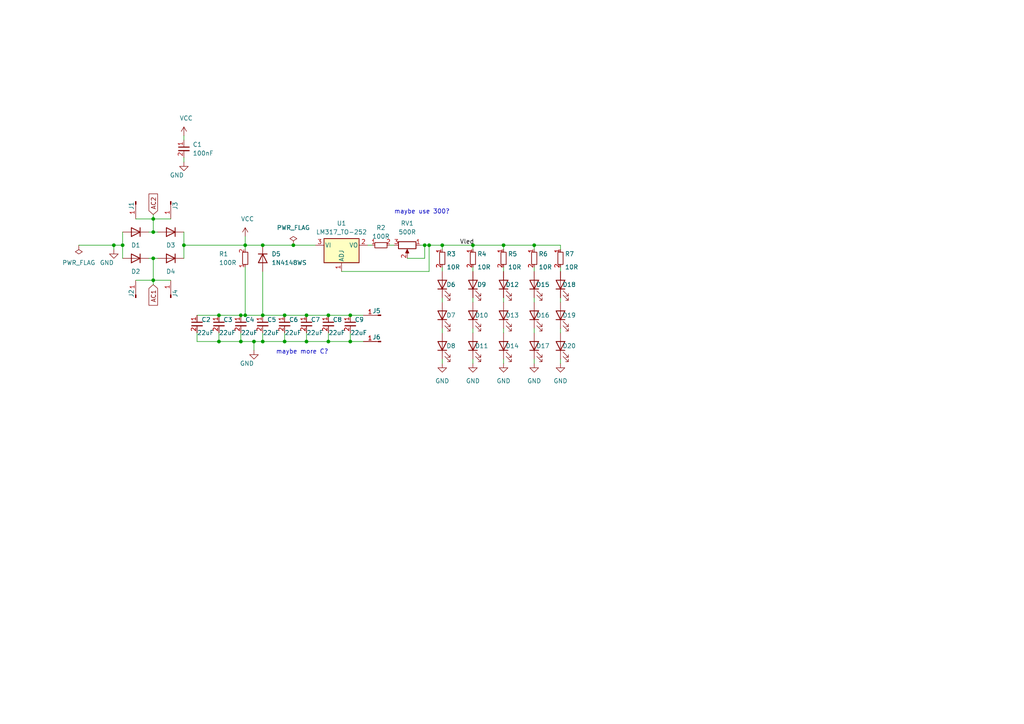
<source format=kicad_sch>
(kicad_sch (version 20231120) (generator "eeschema") (generator_version "8.0")
  (paper "A4")
  (lib_symbols
    (symbol "Connector:Conn_01x01_Pin" (pin_names (offset 1.016) hide)
      (property "Reference" "J" (at 0 2.54 0))
      (property "Value" "Conn_01x01_Pin" (at 0 -2.54 0))
      (symbol "Conn_01x01_Pin_1_1"
        (polyline (pts (xy 1.27 0) (xy 0.8636 0)) (stroke (width 0.1524)))
        (rectangle (start 0.8636 0.127) (end 0 -0.127) (stroke (width 0.1524)) (fill (type outline)))
        (pin passive line (at 5.08 0 180) (length 3.81) (name "Pin_1") (number "1"))
      )
    )
    (symbol "Device:LED" (pin_numbers hide) (pin_names (offset 1.016) hide)
      (property "Reference" "D" (at 0 2.54 0))
      (property "Value" "LED" (at 0 -2.54 0))
      (symbol "LED_0_1"
        (polyline (pts (xy -1.27 -1.27) (xy -1.27 1.27)) (stroke (width 0.254)))
        (polyline (pts (xy -1.27 0) (xy 1.27 0)))
        (polyline (pts (xy 1.27 -1.27) (xy 1.27 1.27) (xy -1.27 0) (xy 1.27 -1.27)) (stroke (width 0.254)))
        (polyline (pts (xy -3.048 -0.762) (xy -4.572 -2.286) (xy -3.81 -2.286) (xy -4.572 -2.286) (xy -4.572 -1.524)))
        (polyline (pts (xy -1.778 -0.762) (xy -3.302 -2.286) (xy -2.54 -2.286) (xy -3.302 -2.286) (xy -3.302 -1.524)))
      )
      (symbol "LED_1_1"
        (pin passive line (at -3.81 0 0) (length 2.54) (name "K") (number "1"))
        (pin passive line (at 3.81 0 180) (length 2.54) (name "A") (number "2"))
      )
    )
    (symbol "Device:R_Potentiometer" (pin_names (offset 1.016) hide)
      (property "Reference" "RV" (at -4.445 0 90))
      (property "Value" "R_Potentiometer" (at -2.54 0 90))
      (symbol "R_Potentiometer_0_1"
        (polyline (pts (xy 2.54 0) (xy 1.524 0)))
        (polyline (pts (xy 1.143 0) (xy 2.286 0.508) (xy 2.286 -0.508) (xy 1.143 0)) (fill (type outline)))
        (rectangle (start 1.016 2.54) (end -1.016 -2.54) (stroke (width 0.254)))
      )
      (symbol "R_Potentiometer_1_1"
        (pin passive line (at 0 3.81 270) (length 1.27) (name "1") (number "1"))
        (pin passive line (at 3.81 0 180) (length 1.27) (name "2") (number "2"))
        (pin passive line (at 0 -3.81 90) (length 1.27) (name "3") (number "3"))
      )
    )
    (symbol "Regulator_Linear:LM317_TO-252" (pin_names (offset 0.254))
      (property "Reference" "U" (at -3.81 3.175 0))
      (property "Value" "LM317_TO-252" (at 0 3.175 0))
      (symbol "LM317_TO-252_0_1"
        (rectangle (start -5.08 1.905) (end 5.08 -5.08) (stroke (width 0.254)) (fill (type background)))
      )
      (symbol "LM317_TO-252_1_1"
        (pin input line (at 0 -7.62 90) (length 2.54) (name "ADJ") (number "1"))
        (pin power_out line (at 7.62 0 180) (length 2.54) (name "VO") (number "2"))
        (pin power_in line (at -7.62 0 0) (length 2.54) (name "VI") (number "3"))
      )
    )
    (symbol "capacitor_miscellaneous:C_0603_100nF"
      (property "Reference" "U" (at 1.27 2.54 0))
      (property "Value" "100nF" (at 3.81 -2.54 0))
      (property "JLCPCB Part#" "C14663" (at 0 0 0))
      (symbol "C_0603_100nF_0_1"
        (polyline (pts (xy -1.524 -0.508) (xy 1.524 -0.508)) (stroke (width 0.3302)))
        (polyline (pts (xy -1.524 0.508) (xy 1.524 0.508)) (stroke (width 0.3048)))
      )
      (symbol "C_0603_100nF_1_1"
        (pin passive line (at 0 2.54 270) (length 2.032) (name "~") (number "1"))
        (pin passive line (at 0 -2.54 90) (length 2.032) (name "~") (number "2"))
      )
    )
    (symbol "capacitor_miscellaneous:C_1206_47uF"
      (property "Reference" "C" (at 1.27 2.54 0))
      (property "Value" "47uF" (at 3.81 -2.54 0))
      (property "JLCPCB Part#" "C96123" (at 0 0 0))
      (symbol "C_1206_47uF_0_1"
        (polyline (pts (xy -1.524 -0.508) (xy 1.524 -0.508)) (stroke (width 0.3302)))
        (polyline (pts (xy -1.524 0.508) (xy 1.524 0.508)) (stroke (width 0.3048)))
      )
      (symbol "C_1206_47uF_1_1"
        (pin passive line (at 0 2.54 270) (length 2.032) (name "~") (number "1"))
        (pin passive line (at 0 -2.54 90) (length 2.032) (name "~") (number "2"))
      )
    )
    (symbol "custom_kicad_lib_sk:1N4148WS" (pin_numbers hide) (pin_names hide)
      (property "Reference" "D" (at 0 2.54 0))
      (property "Value" "1N4148WS" (at 0 -2.54 0))
      (symbol "1N4148WS_0_1"
        (polyline (pts (xy -1.27 1.27) (xy -1.27 -1.27)) (stroke (width 0.254)))
        (polyline (pts (xy 1.27 0) (xy -1.27 0)))
        (polyline (pts (xy 1.27 1.27) (xy 1.27 -1.27) (xy -1.27 0) (xy 1.27 1.27)) (stroke (width 0.254)))
      )
      (symbol "1N4148WS_1_1"
        (pin passive line (at -3.81 0 0) (length 2.54) (name "K") (number "1"))
        (pin passive line (at 3.81 0 180) (length 2.54) (name "A") (number "2"))
      )
    )
    (symbol "power:GND" (power) (pin_names (offset 0))
      (property "Value" "GND" (at 0 -3.81 0))
      (symbol "GND_0_1"
        (polyline (pts (xy 0 0) (xy 0 -1.27) (xy 1.27 -1.27) (xy 0 -2.54) (xy -1.27 -1.27) (xy 0 -1.27)))
      )
      (symbol "GND_1_1"
        (pin power_in line (at 0 0 270) (length 0) hide (name "GND") (number "1"))
      )
    )
    (symbol "power:PWR_FLAG" (power) (pin_numbers hide) (pin_names (offset 0) hide)
      (property "Value" "PWR_FLAG" (at 0 3.81 0))
      (symbol "PWR_FLAG_0_0"
        (pin power_out line (at 0 0 90) (length 0) (name "pwr") (number "1"))
      )
      (symbol "PWR_FLAG_0_1"
        (polyline (pts (xy 0 0) (xy 0 1.27) (xy -1.016 1.905) (xy 0 2.54) (xy 1.016 1.905) (xy 0 1.27)))
      )
    )
    (symbol "power:VCC" (power) (pin_names (offset 0))
      (property "Value" "VCC" (at 0 3.81 0))
      (symbol "VCC_0_1"
        (polyline (pts (xy -0.762 1.27) (xy 0 2.54)))
        (polyline (pts (xy 0 0) (xy 0 2.54)))
        (polyline (pts (xy 0 2.54) (xy 0.762 1.27)))
      )
      (symbol "VCC_1_1"
        (pin power_in line (at 0 0 90) (length 0) hide (name "VCC") (number "1"))
      )
    )
    (symbol "resistors_0603:R_100R_0603"
      (property "Reference" "R" (at 1.27 2.54 0))
      (property "Value" "100R" (at 2.54 -2.54 0))
      (symbol "R_100R_0603_0_1"
        (rectangle (start -0.762 1.778) (end 0.762 -1.778) (stroke (width 0.2032)))
      )
      (symbol "R_100R_0603_1_1"
        (pin passive line (at 0 2.54 270) (length 0.762) (name "~") (number "1"))
        (pin passive line (at 0 -2.54 90) (length 0.762) (name "~") (number "2"))
      )
    )
    (symbol "resistors_0603:R_10R_0603"
      (property "Reference" "R" (at 1.27 2.54 0))
      (property "Value" "10R" (at 2.54 -2.54 0))
      (symbol "R_10R_0603_0_1"
        (rectangle (start -0.762 1.778) (end 0.762 -1.778) (stroke (width 0.2032)))
      )
      (symbol "R_10R_0603_1_1"
        (pin passive line (at 0 2.54 270) (length 0.762) (name "~") (number "1"))
        (pin passive line (at 0 -2.54 90) (length 0.762) (name "~") (number "2"))
      )
    )
    (symbol "resistors_0805:R_100R_0805"
      (property "Reference" "R" (at 1.27 2.54 0))
      (property "Value" "100R" (at 2.54 -2.54 0))
      (symbol "R_100R_0805_0_1"
        (rectangle (start -0.762 1.778) (end 0.762 -1.778) (stroke (width 0.2032)))
      )
      (symbol "R_100R_0805_1_1"
        (pin passive line (at 0 2.54 270) (length 0.762) (name "~") (number "1"))
        (pin passive line (at 0 -2.54 90) (length 0.762) (name "~") (number "2"))
      )
    )
  )
  (junction (at 88.9 91.44))
  (junction (at 69.85 99.06))
  (junction (at 44.45 67.31))
  (junction (at 123.19 71.12))
  (junction (at 76.2 71.12))
  (junction (at 124.46 71.12))
  (junction (at 82.55 91.44))
  (junction (at 33.02 71.12))
  (junction (at 71.12 71.12))
  (junction (at 63.5 91.44))
  (junction (at 95.25 99.06))
  (junction (at 85.09 71.12))
  (junction (at 35.56 71.12))
  (junction (at 73.66 99.06))
  (junction (at 44.45 63.5))
  (junction (at 101.6 99.06))
  (junction (at 95.25 91.44))
  (junction (at 71.12 91.44))
  (junction (at 76.2 91.44))
  (junction (at 44.45 81.28))
  (junction (at 82.55 99.06))
  (junction (at 128.27 71.12))
  (junction (at 154.94 71.12))
  (junction (at 63.5 99.06))
  (junction (at 101.6 91.44))
  (junction (at 88.9 99.06))
  (junction (at 146.05 71.12))
  (junction (at 53.34 71.12))
  (junction (at 137.16 71.12))
  (junction (at 44.45 74.93))
  (junction (at 69.85 91.44))
  (junction (at 76.2 99.06))
  (wire (pts (xy 137.16 105.41) (xy 137.16 104.14)))
  (wire (pts (xy 146.05 72.39) (xy 146.05 71.12)))
  (wire (pts (xy 95.25 99.06) (xy 101.6 99.06)))
  (wire (pts (xy 124.46 78.74) (xy 99.06 78.74)))
  (wire (pts (xy 57.15 99.06) (xy 63.5 99.06)))
  (wire (pts (xy 162.56 86.36) (xy 162.56 87.63)))
  (wire (pts (xy 57.15 96.52) (xy 57.15 99.06)))
  (wire (pts (xy 128.27 77.47) (xy 128.27 78.74)))
  (wire (pts (xy 44.45 74.93) (xy 44.45 81.28)))
  (wire (pts (xy 44.45 67.31) (xy 43.18 67.31)))
  (wire (pts (xy 162.56 105.41) (xy 162.56 104.14)))
  (wire (pts (xy 82.55 91.44) (xy 88.9 91.44)))
  (wire (pts (xy 22.86 71.12) (xy 33.02 71.12)))
  (wire (pts (xy 154.94 86.36) (xy 154.94 87.63)))
  (wire (pts (xy 44.45 63.5) (xy 39.37 63.5)))
  (wire (pts (xy 95.25 96.52) (xy 95.25 99.06)))
  (wire (pts (xy 63.5 91.44) (xy 69.85 91.44)))
  (wire (pts (xy 128.27 105.41) (xy 128.27 104.14)))
  (wire (pts (xy 137.16 86.36) (xy 137.16 87.63)))
  (wire (pts (xy 124.46 71.12) (xy 128.27 71.12)))
  (wire (pts (xy 123.19 71.12) (xy 124.46 71.12)))
  (wire (pts (xy 146.05 105.41) (xy 146.05 104.14)))
  (wire (pts (xy 76.2 99.06) (xy 82.55 99.06)))
  (wire (pts (xy 88.9 99.06) (xy 82.55 99.06)))
  (wire (pts (xy 71.12 91.44) (xy 76.2 91.44)))
  (wire (pts (xy 118.11 74.93) (xy 123.19 74.93)))
  (wire (pts (xy 128.27 86.36) (xy 128.27 87.63)))
  (wire (pts (xy 71.12 68.58) (xy 71.12 71.12)))
  (wire (pts (xy 154.94 71.12) (xy 162.56 71.12)))
  (wire (pts (xy 88.9 91.44) (xy 95.25 91.44)))
  (wire (pts (xy 44.45 74.93) (xy 43.18 74.93)))
  (wire (pts (xy 162.56 95.25) (xy 162.56 96.52)))
  (wire (pts (xy 123.19 74.93) (xy 123.19 71.12)))
  (wire (pts (xy 71.12 71.12) (xy 71.12 72.39)))
  (wire (pts (xy 57.15 91.44) (xy 63.5 91.44)))
  (wire (pts (xy 44.45 63.5) (xy 44.45 67.31)))
  (wire (pts (xy 146.05 95.25) (xy 146.05 96.52)))
  (wire (pts (xy 154.94 77.47) (xy 154.94 78.74)))
  (wire (pts (xy 101.6 91.44) (xy 105.41 91.44)))
  (wire (pts (xy 44.45 81.28) (xy 39.37 81.28)))
  (wire (pts (xy 162.56 77.47) (xy 162.56 78.74)))
  (wire (pts (xy 137.16 71.12) (xy 146.05 71.12)))
  (wire (pts (xy 128.27 71.12) (xy 137.16 71.12)))
  (wire (pts (xy 101.6 99.06) (xy 105.41 99.06)))
  (wire (pts (xy 128.27 72.39) (xy 128.27 71.12)))
  (wire (pts (xy 76.2 91.44) (xy 82.55 91.44)))
  (wire (pts (xy 63.5 99.06) (xy 63.5 96.52)))
  (wire (pts (xy 101.6 96.52) (xy 101.6 99.06)))
  (wire (pts (xy 49.53 63.5) (xy 44.45 63.5)))
  (wire (pts (xy 82.55 99.06) (xy 82.55 96.52)))
  (wire (pts (xy 69.85 99.06) (xy 69.85 96.52)))
  (wire (pts (xy 106.68 71.12) (xy 107.95 71.12)))
  (wire (pts (xy 137.16 77.47) (xy 137.16 78.74)))
  (wire (pts (xy 73.66 99.06) (xy 69.85 99.06)))
  (wire (pts (xy 114.3 71.12) (xy 113.03 71.12)))
  (wire (pts (xy 76.2 99.06) (xy 76.2 96.52)))
  (wire (pts (xy 53.34 71.12) (xy 71.12 71.12)))
  (wire (pts (xy 128.27 95.25) (xy 128.27 96.52)))
  (wire (pts (xy 53.34 39.37) (xy 53.34 40.64)))
  (wire (pts (xy 69.85 91.44) (xy 71.12 91.44)))
  (wire (pts (xy 137.16 95.25) (xy 137.16 96.52)))
  (wire (pts (xy 162.56 71.12) (xy 162.56 72.39)))
  (wire (pts (xy 49.53 81.28) (xy 44.45 81.28)))
  (wire (pts (xy 73.66 101.6) (xy 73.66 99.06)))
  (wire (pts (xy 73.66 99.06) (xy 76.2 99.06)))
  (wire (pts (xy 146.05 77.47) (xy 146.05 78.74)))
  (wire (pts (xy 63.5 99.06) (xy 69.85 99.06)))
  (wire (pts (xy 137.16 72.39) (xy 137.16 71.12)))
  (wire (pts (xy 53.34 67.31) (xy 53.34 71.12)))
  (wire (pts (xy 123.19 71.12) (xy 121.92 71.12)))
  (wire (pts (xy 146.05 86.36) (xy 146.05 87.63)))
  (wire (pts (xy 53.34 46.99) (xy 53.34 45.72)))
  (wire (pts (xy 35.56 71.12) (xy 35.56 74.93)))
  (wire (pts (xy 95.25 91.44) (xy 101.6 91.44)))
  (wire (pts (xy 44.45 62.23) (xy 44.45 63.5)))
  (wire (pts (xy 88.9 99.06) (xy 95.25 99.06)))
  (wire (pts (xy 124.46 71.12) (xy 124.46 78.74)))
  (wire (pts (xy 154.94 105.41) (xy 154.94 104.14)))
  (wire (pts (xy 44.45 74.93) (xy 45.72 74.93)))
  (wire (pts (xy 71.12 77.47) (xy 71.12 91.44)))
  (wire (pts (xy 76.2 71.12) (xy 85.09 71.12)))
  (wire (pts (xy 33.02 71.12) (xy 35.56 71.12)))
  (wire (pts (xy 88.9 96.52) (xy 88.9 99.06)))
  (wire (pts (xy 33.02 72.39) (xy 33.02 71.12)))
  (wire (pts (xy 154.94 95.25) (xy 154.94 96.52)))
  (wire (pts (xy 154.94 71.12) (xy 154.94 72.39)))
  (wire (pts (xy 71.12 71.12) (xy 76.2 71.12)))
  (wire (pts (xy 76.2 78.74) (xy 76.2 91.44)))
  (wire (pts (xy 154.94 71.12) (xy 146.05 71.12)))
  (wire (pts (xy 44.45 81.28) (xy 44.45 82.55)))
  (wire (pts (xy 35.56 67.31) (xy 35.56 71.12)))
  (wire (pts (xy 53.34 71.12) (xy 53.34 74.93)))
  (wire (pts (xy 44.45 67.31) (xy 45.72 67.31)))
  (wire (pts (xy 85.09 71.12) (xy 91.44 71.12)))
  (text "maybe more C?" (at 80.01 102.87 0) (effects (font (size 1.27 1.27)) (justify left bottom)))
  (text "maybe use 300?" (at 114.3 62.23 0) (effects (font (size 1.27 1.27)) (justify left bottom)))
  (label "Vled" (at 133.35 71.12 0))
  (global_label "AC1" (shape input) (at 44.45 82.55 270) (property "Intersheetrefs" "${INTERSHEET_REFS}" (effects (hide yes))))
  (global_label "AC2" (shape input) (at 44.45 62.23 90) (property "Intersheetrefs" "${INTERSHEET_REFS}" (effects (hide yes))))
  (symbol (lib_id "Device:LED") (at 154.94 82.55 90) (unit 1)
    (property "Reference" "D15" (at 157.48 82.55 90))
    (property "Value" "LED" (effects (hide yes)))
    (property "Footprint" "LED_SMD:LED_0805_2012Metric" (effects (hide yes)))
    (property "JLCPCB Part#" "C965820" (effects (hide yes)))
  )
  (symbol (lib_id "power:GND") (at 146.05 105.41 0) (unit 1)
    (property "Reference" "#PWR08" (effects (hide yes)))
    (property "Value" "GND" (at 146.05 110.49 0))
  )
  (symbol (lib_id "Device:LED") (at 162.56 82.55 90) (unit 1)
    (property "Reference" "D18" (at 165.1 82.55 90))
    (property "Value" "LED" (effects (hide yes)))
    (property "Footprint" "LED_SMD:LED_0805_2012Metric" (effects (hide yes)))
    (property "JLCPCB Part#" "C965820" (effects (hide yes)))
  )
  (symbol (lib_id "custom_kicad_lib_sk:1N4148WS") (at 76.2 74.93 270) (unit 1)
    (property "Reference" "D5" (at 78.74 73.66 90) (effects (justify left)))
    (property "Value" "1N4148WS" (at 78.74 76.2 90) (effects (justify left)))
    (property "Footprint" "Diode_SMD:D_SOD-323" (effects (hide yes)))
    (property "Datasheet" "https://www.vishay.com/docs/85751/1n4148ws.pdf" (effects (hide yes)))
    (property "Sim.Device" "D" (effects (hide yes)))
    (property "Sim.Pins" "1=K 2=A" (effects (hide yes)))
    (property "JLCPCB Part#" "C2128" (effects (hide yes)))
  )
  (symbol (lib_id "capacitor_miscellaneous:C_1206_47uF") (at 95.25 93.98 0) (unit 1)
    (property "Reference" "C8" (at 96.52 92.71 0) (effects (justify left)))
    (property "Value" "22uF" (at 95.25 96.52 0) (effects (justify left)))
    (property "Footprint" "Capacitor_SMD:C_1206_3216Metric" (effects (hide yes)))
    (property "JLCPCB Part#" "C12891" (effects (hide yes)))
  )
  (symbol (lib_id "power:GND") (at 73.66 101.6 0) (unit 1)
    (property "Reference" "#PWR05" (effects (hide yes)))
    (property "Value" "GND" (at 73.66 105.41 0) (effects (justify right)))
  )
  (symbol (lib_id "capacitor_miscellaneous:C_1206_47uF") (at 57.15 93.98 0) (unit 1)
    (property "Reference" "C2" (at 58.42 92.71 0) (effects (justify left)))
    (property "Value" "22uF" (at 57.15 96.52 0) (effects (justify left)))
    (property "Footprint" "Capacitor_SMD:C_1206_3216Metric" (effects (hide yes)))
    (property "JLCPCB Part#" "C12891" (effects (hide yes)))
  )
  (symbol (lib_id "Connector:Conn_01x01_Pin") (at 49.53 86.36 90) (unit 1)
    (property "Reference" "J4" (at 50.8 85.09 0))
    (property "Value" "Conn_01x01_Pin" (effects (hide yes)))
    (property "Footprint" "custom_kicad_lib_sk:01_solderpad_2.54" (effects (hide yes)))
  )
  (symbol (lib_id "resistors_0603:R_100R_0603") (at 110.49 71.12 90) (unit 1)
    (property "Reference" "R2" (at 110.49 66.04 90))
    (property "Value" "100R" (at 110.49 68.58 90))
    (property "Footprint" "custom_kicad_lib_sk:R_0603_smalltext" (effects (hide yes)))
    (property "JLCPCB Part#" "C22775" (effects (hide yes)))
  )
  (symbol (lib_id "power:GND") (at 154.94 105.41 0) (unit 1)
    (property "Reference" "#PWR09" (effects (hide yes)))
    (property "Value" "GND" (at 154.94 110.49 0))
  )
  (symbol (lib_id "capacitor_miscellaneous:C_1206_47uF") (at 69.85 93.98 0) (unit 1)
    (property "Reference" "C4" (at 71.12 92.71 0) (effects (justify left)))
    (property "Value" "22uF" (at 69.85 96.52 0) (effects (justify left)))
    (property "Footprint" "Capacitor_SMD:C_1206_3216Metric" (effects (hide yes)))
    (property "JLCPCB Part#" "C12891" (effects (hide yes)))
  )
  (symbol (lib_id "resistors_0603:R_10R_0603") (at 162.56 74.93 0) (unit 1)
    (property "Reference" "R7" (at 163.83 73.66 0) (effects (justify left)))
    (property "Value" "10R" (at 163.83 77.47 0) (effects (justify left)))
    (property "Footprint" "custom_kicad_lib_sk:R_0603_smalltext" (effects (hide yes)))
    (property "JLCPCB Part#" "C22859" (effects (hide yes)))
  )
  (symbol (lib_id "resistors_0603:R_10R_0603") (at 146.05 74.93 0) (unit 1)
    (property "Reference" "R5" (at 147.32 73.66 0) (effects (justify left)))
    (property "Value" "10R" (at 147.32 77.47 0) (effects (justify left)))
    (property "Footprint" "custom_kicad_lib_sk:R_0603_smalltext" (effects (hide yes)))
    (property "JLCPCB Part#" "C22859" (effects (hide yes)))
  )
  (symbol (lib_id "Device:LED") (at 137.16 82.55 90) (unit 1)
    (property "Reference" "D9" (at 139.7 82.55 90))
    (property "Value" "LED" (effects (hide yes)))
    (property "Footprint" "LED_SMD:LED_0805_2012Metric" (effects (hide yes)))
    (property "JLCPCB Part#" "C965820" (effects (hide yes)))
  )
  (symbol (lib_id "Connector:Conn_01x01_Pin") (at 39.37 58.42 270) (unit 1)
    (property "Reference" "J1" (at 38.1 59.69 0))
    (property "Value" "Conn_01x01_Pin" (effects (hide yes)))
    (property "Footprint" "custom_kicad_lib_sk:01_solderpad_2.54" (effects (hide yes)))
  )
  (symbol (lib_id "custom_kicad_lib_sk:1N4148WS") (at 39.37 67.31 180) (unit 1)
    (property "Reference" "D1" (at 39.37 71.12 0))
    (property "Value" "1N4148WS" (effects (hide yes)))
    (property "Footprint" "Diode_SMD:D_SOD-323" (effects (hide yes)))
    (property "Datasheet" "https://www.vishay.com/docs/85751/1n4148ws.pdf" (effects (hide yes)))
    (property "Sim.Device" "D" (effects (hide yes)))
    (property "Sim.Pins" "1=K 2=A" (effects (hide yes)))
    (property "JLCPCB Part#" "C2128" (effects (hide yes)))
  )
  (symbol (lib_id "Device:LED") (at 137.16 100.33 90) (unit 1)
    (property "Reference" "D11" (at 139.7 100.33 90))
    (property "Value" "LED" (effects (hide yes)))
    (property "Footprint" "LED_SMD:LED_0805_2012Metric" (effects (hide yes)))
    (property "JLCPCB Part#" "C965820" (effects (hide yes)))
  )
  (symbol (lib_id "capacitor_miscellaneous:C_1206_47uF") (at 63.5 93.98 0) (unit 1)
    (property "Reference" "C3" (at 64.77 92.71 0) (effects (justify left)))
    (property "Value" "22uF" (at 63.5 96.52 0) (effects (justify left)))
    (property "Footprint" "Capacitor_SMD:C_1206_3216Metric" (effects (hide yes)))
    (property "JLCPCB Part#" "C12891" (effects (hide yes)))
  )
  (symbol (lib_id "custom_kicad_lib_sk:1N4148WS") (at 49.53 67.31 180) (unit 1)
    (property "Reference" "D3" (at 49.53 71.12 0))
    (property "Value" "1N4148WS" (effects (hide yes)))
    (property "Footprint" "Diode_SMD:D_SOD-323" (effects (hide yes)))
    (property "Datasheet" "https://www.vishay.com/docs/85751/1n4148ws.pdf" (effects (hide yes)))
    (property "Sim.Device" "D" (effects (hide yes)))
    (property "Sim.Pins" "1=K 2=A" (effects (hide yes)))
    (property "JLCPCB Part#" "C2128" (effects (hide yes)))
  )
  (symbol (lib_id "capacitor_miscellaneous:C_1206_47uF") (at 101.6 93.98 0) (unit 1)
    (property "Reference" "C9" (at 102.87 92.71 0) (effects (justify left)))
    (property "Value" "22uF" (at 101.6 96.52 0) (effects (justify left)))
    (property "Footprint" "Capacitor_SMD:C_1206_3216Metric" (effects (hide yes)))
    (property "JLCPCB Part#" "C12891" (effects (hide yes)))
  )
  (symbol (lib_id "resistors_0805:R_100R_0805") (at 71.12 74.93 180) (unit 1)
    (property "Reference" "R1" (at 63.5 73.66 0) (effects (justify right)))
    (property "Value" "100R" (at 63.5 76.2 0) (effects (justify right)))
    (property "Footprint" "custom_kicad_lib_sk:R_0805_handsolder-smalltext" (effects (hide yes)))
    (property "JLCPCB Part#" "C17408" (effects (hide yes)))
  )
  (symbol (lib_id "Device:LED") (at 146.05 82.55 90) (unit 1)
    (property "Reference" "D12" (at 148.59 82.55 90))
    (property "Value" "LED" (effects (hide yes)))
    (property "Footprint" "LED_SMD:LED_0805_2012Metric" (effects (hide yes)))
    (property "JLCPCB Part#" "C965820" (effects (hide yes)))
  )
  (symbol (lib_id "Device:LED") (at 128.27 91.44 90) (unit 1)
    (property "Reference" "D7" (at 130.81 91.44 90))
    (property "Value" "LED" (effects (hide yes)))
    (property "Footprint" "LED_SMD:LED_0805_2012Metric" (effects (hide yes)))
    (property "JLCPCB Part#" "C965820" (effects (hide yes)))
  )
  (symbol (lib_id "Connector:Conn_01x01_Pin") (at 110.49 91.44 180) (unit 1)
    (property "Reference" "J5" (at 109.22 90.17 0))
    (property "Value" "Conn_01x01_Pin" (effects (hide yes)))
    (property "Footprint" "custom_kicad_lib_sk:01_solderpad_2.54" (effects (hide yes)))
  )
  (symbol (lib_id "power:GND") (at 137.16 105.41 0) (unit 1)
    (property "Reference" "#PWR07" (effects (hide yes)))
    (property "Value" "GND" (at 137.16 110.49 0))
  )
  (symbol (lib_id "Connector:Conn_01x01_Pin") (at 49.53 58.42 270) (unit 1)
    (property "Reference" "J3" (at 50.8 59.69 0))
    (property "Value" "Conn_01x01_Pin" (effects (hide yes)))
    (property "Footprint" "custom_kicad_lib_sk:01_solderpad_2.54" (effects (hide yes)))
  )
  (symbol (lib_id "Device:LED") (at 162.56 100.33 90) (unit 1)
    (property "Reference" "D20" (at 165.1 100.33 90))
    (property "Value" "LED" (effects (hide yes)))
    (property "Footprint" "LED_SMD:LED_0805_2012Metric" (effects (hide yes)))
    (property "JLCPCB Part#" "C965820" (effects (hide yes)))
  )
  (symbol (lib_id "Device:LED") (at 154.94 91.44 90) (unit 1)
    (property "Reference" "D16" (at 157.48 91.44 90))
    (property "Value" "LED" (effects (hide yes)))
    (property "Footprint" "LED_SMD:LED_0805_2012Metric" (effects (hide yes)))
    (property "JLCPCB Part#" "C965820" (effects (hide yes)))
  )
  (symbol (lib_id "capacitor_miscellaneous:C_1206_47uF") (at 88.9 93.98 0) (unit 1)
    (property "Reference" "C7" (at 90.17 92.71 0) (effects (justify left)))
    (property "Value" "22uF" (at 88.9 96.52 0) (effects (justify left)))
    (property "Footprint" "Capacitor_SMD:C_1206_3216Metric" (effects (hide yes)))
    (property "JLCPCB Part#" "C12891" (effects (hide yes)))
  )
  (symbol (lib_id "Regulator_Linear:LM317_TO-252") (at 99.06 71.12 0) (unit 1)
    (property "Reference" "U1" (at 99.06 64.77 0))
    (property "Value" "LM317_TO-252" (at 99.06 67.31 0))
    (property "Footprint" "Package_TO_SOT_SMD:TO-252-2" (effects (hide yes)))
    (property "Datasheet" "http://www.ti.com/lit/ds/snvs774n/snvs774n.pdf" (effects (hide yes)))
    (property "JLCPCB Part#" "C75510" (effects (hide yes)))
  )
  (symbol (lib_id "Device:R_Potentiometer") (at 118.11 71.12 270) (unit 1)
    (property "Reference" "RV1" (at 118.11 64.77 90))
    (property "Value" "500R" (at 118.11 67.31 90))
    (property "Footprint" "Potentiometer_SMD:Potentiometer_Bourns_TC33X_Vertical" (effects (hide yes)))
    (property "JLCPCB Part#" "C720649" (effects (hide yes)))
  )
  (symbol (lib_id "capacitor_miscellaneous:C_1206_47uF") (at 76.2 93.98 0) (unit 1)
    (property "Reference" "C5" (at 77.47 92.71 0) (effects (justify left)))
    (property "Value" "22uF" (at 76.2 96.52 0) (effects (justify left)))
    (property "Footprint" "Capacitor_SMD:C_1206_3216Metric" (effects (hide yes)))
    (property "JLCPCB Part#" "C12891" (effects (hide yes)))
  )
  (symbol (lib_id "Device:LED") (at 154.94 100.33 90) (unit 1)
    (property "Reference" "D17" (at 157.48 100.33 90))
    (property "Value" "LED" (effects (hide yes)))
    (property "Footprint" "LED_SMD:LED_0805_2012Metric" (effects (hide yes)))
    (property "JLCPCB Part#" "C965820" (effects (hide yes)))
  )
  (symbol (lib_id "power:GND") (at 128.27 105.41 0) (unit 1)
    (property "Reference" "#PWR06" (effects (hide yes)))
    (property "Value" "GND" (at 128.27 110.49 0))
  )
  (symbol (lib_id "custom_kicad_lib_sk:1N4148WS") (at 49.53 74.93 180) (unit 1)
    (property "Reference" "D4" (at 49.53 78.74 0))
    (property "Value" "1N4148WS" (effects (hide yes)))
    (property "Footprint" "Diode_SMD:D_SOD-323" (effects (hide yes)))
    (property "Datasheet" "https://www.vishay.com/docs/85751/1n4148ws.pdf" (effects (hide yes)))
    (property "Sim.Device" "D" (effects (hide yes)))
    (property "Sim.Pins" "1=K 2=A" (effects (hide yes)))
    (property "JLCPCB Part#" "C2128" (effects (hide yes)))
  )
  (symbol (lib_id "Device:LED") (at 137.16 91.44 90) (unit 1)
    (property "Reference" "D10" (at 139.7 91.44 90))
    (property "Value" "LED" (effects (hide yes)))
    (property "Footprint" "LED_SMD:LED_0805_2012Metric" (effects (hide yes)))
    (property "JLCPCB Part#" "C965820" (effects (hide yes)))
  )
  (symbol (lib_id "power:VCC") (at 53.34 39.37 0) (unit 1)
    (property "Reference" "#PWR02" (effects (hide yes)))
    (property "Value" "VCC" (at 52.07 34.29 0) (effects (justify left)))
  )
  (symbol (lib_id "resistors_0603:R_10R_0603") (at 154.94 74.93 0) (unit 1)
    (property "Reference" "R6" (at 156.21 73.66 0) (effects (justify left)))
    (property "Value" "10R" (at 156.21 77.47 0) (effects (justify left)))
    (property "Footprint" "custom_kicad_lib_sk:R_0603_smalltext" (effects (hide yes)))
    (property "JLCPCB Part#" "C22859" (effects (hide yes)))
  )
  (symbol (lib_id "power:GND") (at 53.34 46.99 0) (unit 1)
    (property "Reference" "#PWR03" (effects (hide yes)))
    (property "Value" "GND" (at 53.34 50.8 0) (effects (justify right)))
  )
  (symbol (lib_id "Device:LED") (at 128.27 100.33 90) (unit 1)
    (property "Reference" "D8" (at 130.81 100.33 90))
    (property "Value" "LED" (effects (hide yes)))
    (property "Footprint" "LED_SMD:LED_0805_2012Metric" (effects (hide yes)))
    (property "JLCPCB Part#" "C965820" (effects (hide yes)))
  )
  (symbol (lib_id "Connector:Conn_01x01_Pin") (at 39.37 86.36 90) (unit 1)
    (property "Reference" "J2" (at 38.1 85.09 0))
    (property "Value" "Conn_01x01_Pin" (effects (hide yes)))
    (property "Footprint" "custom_kicad_lib_sk:01_solderpad_2.54" (effects (hide yes)))
  )
  (symbol (lib_id "capacitor_miscellaneous:C_1206_47uF") (at 82.55 93.98 0) (unit 1)
    (property "Reference" "C6" (at 83.82 92.71 0) (effects (justify left)))
    (property "Value" "22uF" (at 82.55 96.52 0) (effects (justify left)))
    (property "Footprint" "Capacitor_SMD:C_1206_3216Metric" (effects (hide yes)))
    (property "JLCPCB Part#" "C12891" (effects (hide yes)))
  )
  (symbol (lib_id "power:PWR_FLAG") (at 85.09 71.12 0) (unit 1)
    (property "Reference" "#FLG01" (effects (hide yes)))
    (property "Value" "PWR_FLAG" (at 85.09 66.04 0))
  )
  (symbol (lib_id "Device:LED") (at 146.05 100.33 90) (unit 1)
    (property "Reference" "D14" (at 148.59 100.33 90))
    (property "Value" "LED" (effects (hide yes)))
    (property "Footprint" "LED_SMD:LED_0805_2012Metric" (effects (hide yes)))
    (property "JLCPCB Part#" "C965820" (effects (hide yes)))
  )
  (symbol (lib_id "power:GND") (at 162.56 105.41 0) (unit 1)
    (property "Reference" "#PWR0101" (effects (hide yes)))
    (property "Value" "GND" (at 162.56 110.49 0))
  )
  (symbol (lib_id "Device:LED") (at 146.05 91.44 90) (unit 1)
    (property "Reference" "D13" (at 148.59 91.44 90))
    (property "Value" "LED" (effects (hide yes)))
    (property "Footprint" "LED_SMD:LED_0805_2012Metric" (effects (hide yes)))
    (property "JLCPCB Part#" "C965820" (effects (hide yes)))
  )
  (symbol (lib_id "Connector:Conn_01x01_Pin") (at 110.49 99.06 180) (unit 1)
    (property "Reference" "J6" (at 109.22 97.79 0))
    (property "Value" "Conn_01x01_Pin" (effects (hide yes)))
    (property "Footprint" "custom_kicad_lib_sk:01_solderpad_2.54" (effects (hide yes)))
  )
  (symbol (lib_id "Device:LED") (at 162.56 91.44 90) (unit 1)
    (property "Reference" "D19" (at 165.1 91.44 90))
    (property "Value" "LED" (effects (hide yes)))
    (property "Footprint" "LED_SMD:LED_0805_2012Metric" (effects (hide yes)))
    (property "JLCPCB Part#" "C965820" (effects (hide yes)))
  )
  (symbol (lib_id "resistors_0603:R_10R_0603") (at 137.16 74.93 0) (unit 1)
    (property "Reference" "R4" (at 138.43 73.66 0) (effects (justify left)))
    (property "Value" "10R" (at 138.43 77.47 0) (effects (justify left)))
    (property "Footprint" "custom_kicad_lib_sk:R_0603_smalltext" (effects (hide yes)))
    (property "JLCPCB Part#" "C22859" (effects (hide yes)))
  )
  (symbol (lib_id "power:GND") (at 33.02 72.39 0) (unit 1)
    (property "Reference" "#PWR01" (effects (hide yes)))
    (property "Value" "GND" (at 33.02 76.2 0) (effects (justify right)))
  )
  (symbol (lib_id "power:PWR_FLAG") (at 22.86 71.12 180) (unit 1)
    (property "Reference" "#FLG02" (effects (hide yes)))
    (property "Value" "PWR_FLAG" (at 22.86 76.2 0))
  )
  (symbol (lib_id "Device:LED") (at 128.27 82.55 90) (unit 1)
    (property "Reference" "D6" (at 130.81 82.55 90))
    (property "Value" "LED" (effects (hide yes)))
    (property "Footprint" "LED_SMD:LED_0805_2012Metric" (effects (hide yes)))
    (property "JLCPCB Part#" "C965820" (effects (hide yes)))
  )
  (symbol (lib_id "capacitor_miscellaneous:C_0603_100nF") (at 53.34 43.18 0) (unit 1)
    (property "Reference" "C1" (at 55.88 41.9163 0) (effects (justify left)))
    (property "Value" "100nF" (at 55.88 44.4563 0) (effects (justify left)))
    (property "Footprint" "Capacitor_SMD:C_0603_1608Metric" (effects (hide yes)))
    (property "JLCPCB Part#" "C14663" (effects (hide yes)))
  )
  (symbol (lib_id "power:VCC") (at 71.12 68.58 0) (unit 1)
    (property "Reference" "#PWR04" (effects (hide yes)))
    (property "Value" "VCC" (at 69.85 63.5 0) (effects (justify left)))
  )
  (symbol (lib_id "resistors_0603:R_10R_0603") (at 128.27 74.93 0) (unit 1)
    (property "Reference" "R3" (at 129.54 73.66 0) (effects (justify left)))
    (property "Value" "10R" (at 129.54 77.47 0) (effects (justify left)))
    (property "Footprint" "custom_kicad_lib_sk:R_0603_smalltext" (effects (hide yes)))
    (property "JLCPCB Part#" "C22859" (effects (hide yes)))
  )
  (symbol (lib_id "custom_kicad_lib_sk:1N4148WS") (at 39.37 74.93 180) (unit 1)
    (property "Reference" "D2" (at 39.37 78.74 0))
    (property "Value" "1N4148WS" (effects (hide yes)))
    (property "Footprint" "Diode_SMD:D_SOD-323" (effects (hide yes)))
    (property "Datasheet" "https://www.vishay.com/docs/85751/1n4148ws.pdf" (effects (hide yes)))
    (property "Sim.Device" "D" (effects (hide yes)))
    (property "Sim.Pins" "1=K 2=A" (effects (hide yes)))
    (property "JLCPCB Part#" "C2128" (effects (hide yes)))
  )
)
</source>
